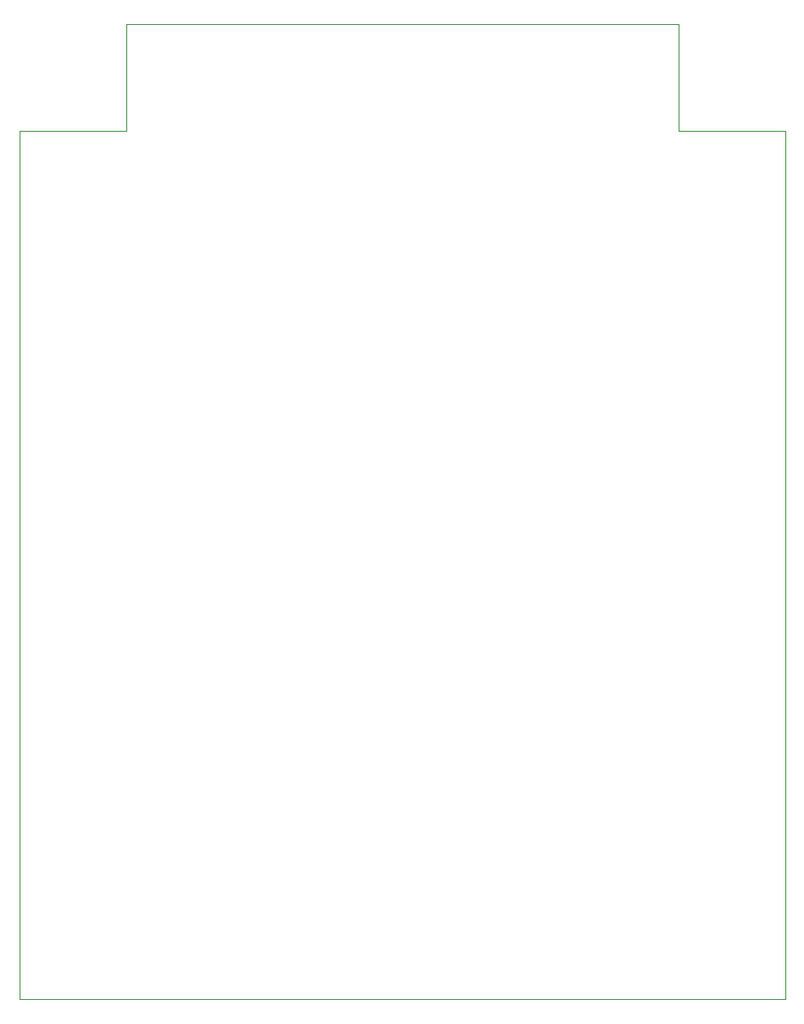
<source format=gbr>
%TF.GenerationSoftware,KiCad,Pcbnew,6.0.1-79c1e3a40b~116~ubuntu20.04.1*%
%TF.CreationDate,2022-01-20T00:26:34+00:00*%
%TF.ProjectId,Amplifier board,416d706c-6966-4696-9572-20626f617264,V1.0*%
%TF.SameCoordinates,Original*%
%TF.FileFunction,Profile,NP*%
%FSLAX46Y46*%
G04 Gerber Fmt 4.6, Leading zero omitted, Abs format (unit mm)*
G04 Created by KiCad (PCBNEW 6.0.1-79c1e3a40b~116~ubuntu20.04.1) date 2022-01-20 00:26:34*
%MOMM*%
%LPD*%
G01*
G04 APERTURE LIST*
%TA.AperFunction,Profile*%
%ADD10C,0.050000*%
%TD*%
G04 APERTURE END LIST*
D10*
X113411000Y-144399000D02*
X104267000Y-144399000D01*
X177165000Y-144399000D02*
X168021000Y-144399000D01*
X104267000Y-144399000D02*
X104267000Y-61849000D01*
X167005000Y-61849000D02*
X167005000Y-51689000D01*
X177165000Y-61849000D02*
X167005000Y-61849000D01*
X113411000Y-144399000D02*
X168021000Y-144399000D01*
X114427000Y-61849000D02*
X104267000Y-61849000D01*
X177165000Y-61849000D02*
X177165000Y-144399000D01*
X114427000Y-61849000D02*
X114427000Y-51689000D01*
X114427000Y-51689000D02*
X167005000Y-51689000D01*
M02*

</source>
